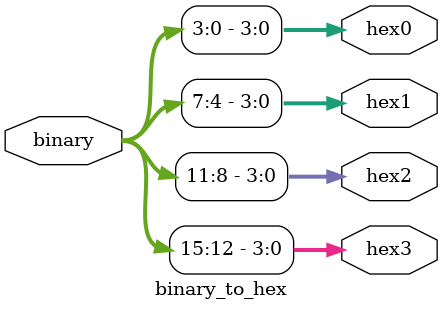
<source format=v>
`timescale 1ns / 1ps

module binary_to_hex(input [15:0] binary, output [3:0] hex3, hex2, hex1, hex0);
    assign hex0 = binary[3:0];
    assign hex1 = binary[7:4];
    assign hex2 = binary[11:8];
    assign hex3 = binary[15:12];
endmodule

</source>
